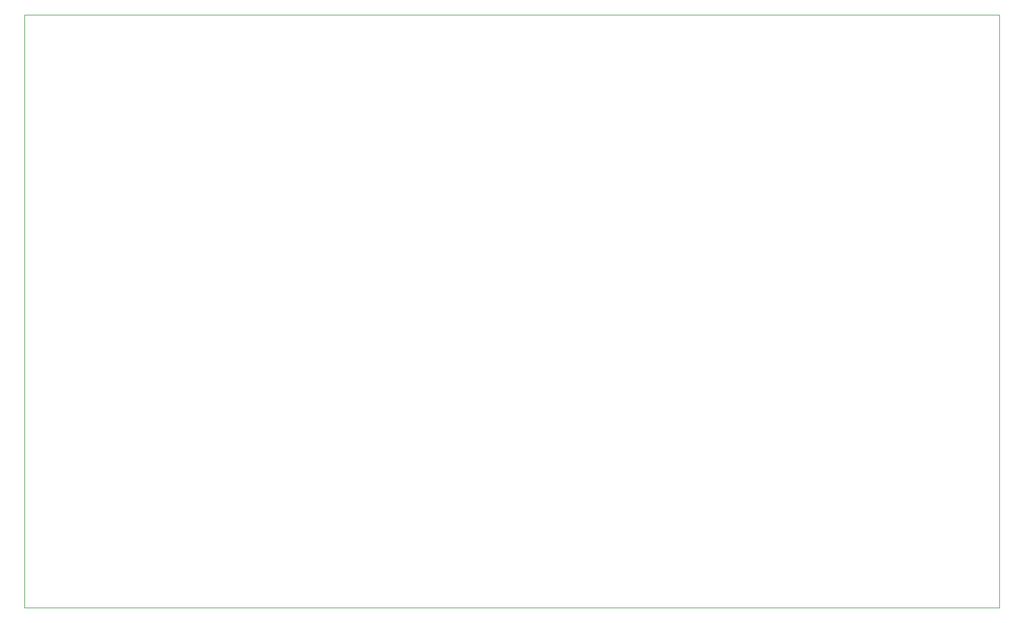
<source format=gko>
%TF.GenerationSoftware,KiCad,Pcbnew,(6.0.0)*%
%TF.CreationDate,2022-03-05T09:13:47+01:00*%
%TF.ProjectId,arduiboard1,61726475-6962-46f6-9172-64312e6b6963,rev?*%
%TF.SameCoordinates,Original*%
%TF.FileFunction,Profile,NP*%
%FSLAX46Y46*%
G04 Gerber Fmt 4.6, Leading zero omitted, Abs format (unit mm)*
G04 Created by KiCad (PCBNEW (6.0.0)) date 2022-03-05 09:13:47*
%MOMM*%
%LPD*%
G01*
G04 APERTURE LIST*
%TA.AperFunction,Profile*%
%ADD10C,0.150000*%
%TD*%
G04 APERTURE END LIST*
D10*
X7569200Y-7721600D02*
X291693600Y-7721600D01*
X291693600Y-7721600D02*
X291693600Y-180543200D01*
X291693600Y-180543200D02*
X7569200Y-180543200D01*
X7569200Y-180543200D02*
X7569200Y-7721600D01*
M02*

</source>
